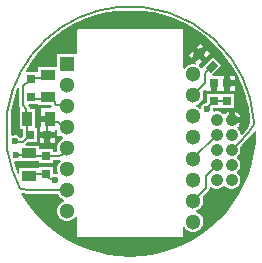
<source format=gtl>
G04*
G04 #@! TF.GenerationSoftware,Altium Limited,Altium Designer,21.2.0 (30)*
G04*
G04 Layer_Physical_Order=1*
G04 Layer_Color=255*
%FSLAX44Y44*%
%MOMM*%
G71*
G04*
G04 #@! TF.SameCoordinates,DF527670-682C-4278-A129-CD4E7C44B745*
G04*
G04*
G04 #@! TF.FilePolarity,Positive*
G04*
G01*
G75*
%ADD11R,1.3000X0.9000*%
%ADD12R,0.9000X1.3000*%
%ADD13R,0.8000X0.8000*%
G04:AMPARAMS|DCode=14|XSize=0.6mm|YSize=0.9mm|CornerRadius=0mm|HoleSize=0mm|Usage=FLASHONLY|Rotation=135.000|XOffset=0mm|YOffset=0mm|HoleType=Round|Shape=Rectangle|*
%AMROTATEDRECTD14*
4,1,4,0.5303,0.1061,-0.1061,-0.5303,-0.5303,-0.1061,0.1061,0.5303,0.5303,0.1061,0.0*
%
%ADD14ROTATEDRECTD14*%

%ADD15R,0.8000X0.8000*%
%ADD25C,0.2000*%
%ADD26C,1.3000*%
%ADD27R,1.3000X1.3000*%
%ADD28C,1.0500*%
%ADD29C,0.6000*%
G36*
X19939Y100240D02*
X29668Y97803D01*
X39112Y94424D01*
X48179Y90136D01*
X56782Y84980D01*
X64838Y79005D01*
X72269Y72269D01*
X79005Y64838D01*
X83050Y59383D01*
X83127Y59199D01*
X83838Y58157D01*
X83891Y58030D01*
X84533Y57358D01*
X84687Y57165D01*
X85310Y56230D01*
X90136Y48179D01*
X94424Y39112D01*
X97803Y29668D01*
X98368Y27414D01*
X98368D01*
X100240Y19939D01*
X101712Y10018D01*
X101839Y7441D01*
X101849Y6394D01*
X101795Y6264D01*
X101825Y6193D01*
X101839Y6172D01*
X99932Y2605D01*
X97239Y-677D01*
X97125Y-754D01*
X94552Y-3326D01*
X93282Y-2800D01*
Y-2591D01*
X92786Y-739D01*
X91827Y921D01*
X91110Y1638D01*
X90817Y2785D01*
X91166Y3299D01*
X92233Y4367D01*
X93259Y6143D01*
X93384Y6610D01*
X86000D01*
Y9150D01*
X83460D01*
Y16534D01*
X82993Y16409D01*
X81217Y15383D01*
X80149Y14316D01*
X79635Y13967D01*
X78488Y14260D01*
X77771Y14977D01*
X76111Y15936D01*
X74259Y16432D01*
X72341D01*
X71153Y16114D01*
X70220Y17178D01*
X70361Y17519D01*
Y18968D01*
X88032D01*
Y31032D01*
X64968D01*
Y23552D01*
X64328D01*
X62479Y22786D01*
X61063Y21371D01*
X60297Y19521D01*
Y19165D01*
X59027Y18639D01*
X58749Y18917D01*
X56803Y20041D01*
X55713Y20333D01*
Y21647D01*
X56803Y21939D01*
X58749Y23063D01*
X60337Y24651D01*
X61461Y26597D01*
X62042Y28767D01*
Y31013D01*
X61461Y33183D01*
X61356Y33364D01*
X63287Y35295D01*
X64460Y34809D01*
Y33460D01*
X68460D01*
Y40000D01*
X73540D01*
Y33460D01*
X79460D01*
Y40000D01*
Y46540D01*
X70172D01*
X69686Y47713D01*
X77230Y55257D01*
X70114Y62374D01*
X61362Y53622D01*
X60720Y53188D01*
X59760Y53506D01*
X58749Y54517D01*
X58058Y54916D01*
X57933Y56455D01*
X60568Y59090D01*
X58447Y61211D01*
X55265Y58029D01*
X56169Y57125D01*
X55511Y55987D01*
X54633Y56222D01*
X52387D01*
X50217Y55641D01*
X48271Y54517D01*
X46683Y52929D01*
X46352Y52356D01*
X45082Y52696D01*
Y84390D01*
X44924Y85183D01*
X44475Y85855D01*
X43803Y86304D01*
X43010Y86462D01*
X-42990D01*
X-43783Y86304D01*
X-44455Y85855D01*
X-44904Y85183D01*
X-45062Y84390D01*
Y65122D01*
X-62022D01*
Y53782D01*
X-78032D01*
Y49782D01*
X-87887D01*
X-88513Y50887D01*
X-84980Y56782D01*
X-79005Y64838D01*
X-72269Y72269D01*
X-69252Y75004D01*
X-64838Y79005D01*
X-56782Y84980D01*
X-48179Y90136D01*
X-39112Y94424D01*
X-29668Y97803D01*
X-19939Y100240D01*
X-12343Y101367D01*
X-11081Y101391D01*
X-10964Y101440D01*
X-10863Y101552D01*
X11099D01*
X19939Y100240D01*
D02*
G37*
G36*
X106649Y-541D02*
X106267Y-9297D01*
X105052Y-18523D01*
X103038Y-27609D01*
X100239Y-36484D01*
X96678Y-45082D01*
X92381Y-53336D01*
X87381Y-61185D01*
X81716Y-68568D01*
X75429Y-75429D01*
X68568Y-81716D01*
X61185Y-87381D01*
X53336Y-92381D01*
X45082Y-96678D01*
X36484Y-100239D01*
X27609Y-103038D01*
X18523Y-105052D01*
X9297Y-106267D01*
X0Y-106672D01*
X-9297Y-106267D01*
X-18523Y-105052D01*
X-27609Y-103038D01*
X-36484Y-100239D01*
X-45082Y-96678D01*
X-53336Y-92381D01*
X-61185Y-87381D01*
X-68568Y-81716D01*
X-75429Y-75429D01*
X-81716Y-68568D01*
X-87381Y-61185D01*
X-92084Y-53803D01*
X-91265Y-52724D01*
X-90626Y-52918D01*
X-87477Y-53228D01*
X-86237Y-53350D01*
X-86237Y-53350D01*
X-84987Y-53301D01*
X-61495D01*
X-61441Y-53503D01*
X-60317Y-55449D01*
X-58729Y-57037D01*
X-56783Y-58161D01*
X-55693Y-58453D01*
Y-59767D01*
X-56783Y-60059D01*
X-58729Y-61183D01*
X-60317Y-62771D01*
X-61441Y-64717D01*
X-62022Y-66887D01*
Y-69133D01*
X-61441Y-71303D01*
X-60317Y-73249D01*
X-58729Y-74837D01*
X-56783Y-75961D01*
X-54613Y-76542D01*
X-52367D01*
X-50197Y-75961D01*
X-48251Y-74837D01*
X-46663Y-73249D01*
X-46332Y-72676D01*
X-45062Y-73016D01*
Y-88210D01*
X-44904Y-89003D01*
X-44455Y-89675D01*
X-43783Y-90124D01*
X-42990Y-90282D01*
X43010D01*
X43803Y-90124D01*
X44475Y-89675D01*
X44924Y-89003D01*
X45082Y-88210D01*
Y-81916D01*
X46352Y-81576D01*
X46683Y-82149D01*
X48271Y-83737D01*
X50217Y-84861D01*
X52387Y-85442D01*
X54633D01*
X56803Y-84861D01*
X58749Y-83737D01*
X60337Y-82149D01*
X61461Y-80203D01*
X62042Y-78033D01*
Y-75787D01*
X61461Y-73617D01*
X60337Y-71671D01*
X58749Y-70083D01*
X56803Y-68959D01*
X55713Y-68667D01*
Y-67353D01*
X56803Y-67061D01*
X58749Y-65937D01*
X60337Y-64349D01*
X61461Y-62403D01*
X62042Y-60233D01*
Y-57987D01*
X61461Y-55817D01*
X61356Y-55636D01*
X66436Y-50556D01*
X67106Y-49553D01*
X67341Y-48370D01*
Y-47786D01*
X68611Y-47260D01*
X68829Y-47477D01*
X70489Y-48436D01*
X72341Y-48932D01*
X74259D01*
X76111Y-48436D01*
X77771Y-47477D01*
X78860Y-46388D01*
X79650Y-46227D01*
X80440Y-46388D01*
X81529Y-47477D01*
X83189Y-48436D01*
X85041Y-48932D01*
X86959D01*
X88811Y-48436D01*
X90471Y-47477D01*
X91827Y-46121D01*
X92786Y-44461D01*
X93282Y-42609D01*
Y-40691D01*
X92786Y-38839D01*
X91827Y-37179D01*
X90738Y-36090D01*
X90577Y-35300D01*
X90738Y-34510D01*
X91827Y-33421D01*
X92786Y-31761D01*
X93282Y-29909D01*
Y-27991D01*
X92786Y-26139D01*
X91827Y-24479D01*
X90738Y-23390D01*
X90577Y-22600D01*
X90738Y-21810D01*
X91827Y-20721D01*
X92786Y-19061D01*
X93282Y-17209D01*
Y-15291D01*
X92870Y-13752D01*
X93932Y-12690D01*
X94117Y-12695D01*
X94117Y-12695D01*
X94179Y-12670D01*
X94581Y-12132D01*
X94581Y-12131D01*
X94582Y-12131D01*
X95120Y-11729D01*
X95145Y-11667D01*
X95145Y-11667D01*
X95140Y-11482D01*
X101496Y-5125D01*
X101517Y-5146D01*
X104423Y-1743D01*
X105394Y-158D01*
X106649Y-541D01*
D02*
G37*
G36*
X-94123Y36183D02*
Y21782D01*
X-93888Y20599D01*
X-93523Y20052D01*
X-93532Y18782D01*
X-93532Y18782D01*
X-93532Y18782D01*
Y1718D01*
X-91032D01*
Y-5160D01*
X-92109Y-6237D01*
X-93353D01*
X-93418Y-6080D01*
X-94834Y-4664D01*
X-96683Y-3898D01*
X-98685D01*
X-99503Y-4237D01*
X-100773Y-3389D01*
Y16437D01*
X-100758Y16450D01*
X-100758D01*
X-100240Y19939D01*
X-97803Y29668D01*
X-95393Y36403D01*
X-94123Y36183D01*
D02*
G37*
G36*
X-78032Y21718D02*
X-66887D01*
X-66856Y21564D01*
X-66186Y20561D01*
X-66185Y20560D01*
X-66711Y19290D01*
X-75040D01*
Y12790D01*
X-68000D01*
Y7710D01*
X-75040D01*
Y3040D01*
X-76540D01*
Y-960D01*
X-63460D01*
Y564D01*
X-62190Y731D01*
X-61914Y-299D01*
X-61750Y-583D01*
Y-3500D01*
Y-4490D01*
X-58268D01*
X-56979Y-5234D01*
X-56675Y-5316D01*
Y-6630D01*
X-56783Y-6659D01*
X-58729Y-7783D01*
X-60317Y-9371D01*
X-61441Y-11317D01*
X-62022Y-13487D01*
Y-15733D01*
X-61645Y-17139D01*
X-62532Y-18408D01*
X-65218D01*
Y-15468D01*
X-76968D01*
Y-12718D01*
X-88158D01*
X-88555Y-11731D01*
X-88576Y-11448D01*
X-86660Y-9532D01*
X-78968D01*
Y2532D01*
X-80468D01*
Y18782D01*
X-84777D01*
X-84972Y19762D01*
X-85642Y20764D01*
X-86423Y21545D01*
X-85937Y22718D01*
X-78032D01*
Y21718D01*
D02*
G37*
G36*
X-58908Y-25272D02*
X-58842Y-25696D01*
X-60317Y-27171D01*
X-61441Y-29117D01*
X-62022Y-31287D01*
Y-33533D01*
X-61441Y-35703D01*
X-61381Y-35807D01*
X-62265Y-36815D01*
X-62499Y-36718D01*
X-64501D01*
X-65218Y-36239D01*
Y-30468D01*
X-77282D01*
Y-31718D01*
X-94032D01*
Y-36439D01*
X-95302Y-36659D01*
X-97803Y-29668D01*
X-98538Y-26736D01*
X-97454Y-25835D01*
X-95643D01*
X-94599Y-25403D01*
X-94032Y-25782D01*
Y-25782D01*
X-77282D01*
Y-27532D01*
X-65218D01*
Y-24591D01*
X-60380D01*
Y-24618D01*
X-59365Y-24484D01*
X-58908Y-25272D01*
D02*
G37*
%LPC*%
G36*
X59507Y73699D02*
X56325Y70517D01*
X58447Y68395D01*
X61629Y71577D01*
X59507Y73699D01*
D02*
G37*
G36*
X65221Y67985D02*
X62039Y64803D01*
X64160Y62682D01*
X67342Y65864D01*
X65221Y67985D01*
D02*
G37*
G36*
X52733Y66925D02*
X49551Y63743D01*
X51673Y61621D01*
X54855Y64803D01*
X52733Y66925D01*
D02*
G37*
G36*
X88540Y46540D02*
X84540D01*
Y42540D01*
X88540D01*
Y46540D01*
D02*
G37*
G36*
Y37460D02*
X84540D01*
Y33460D01*
X88540D01*
Y37460D01*
D02*
G37*
G36*
X88540Y16534D02*
Y11690D01*
X93384D01*
X93259Y12157D01*
X92233Y13933D01*
X90783Y15383D01*
X89007Y16409D01*
X88540Y16534D01*
D02*
G37*
G36*
X-63460Y-6040D02*
X-67460D01*
Y-10040D01*
X-63460D01*
Y-6040D01*
D02*
G37*
G36*
X-72540D02*
X-76540D01*
Y-10040D01*
X-72540D01*
Y-6040D01*
D02*
G37*
%LPD*%
D11*
X-69500Y28250D02*
D03*
Y47250D02*
D03*
X-85500Y-19250D02*
D03*
Y-38250D02*
D03*
D12*
X-68000Y10250D02*
D03*
X-87000D02*
D03*
D13*
X71000Y25000D02*
D03*
Y40000D02*
D03*
X-84000Y28750D02*
D03*
Y43750D02*
D03*
X82000Y40000D02*
D03*
Y25000D02*
D03*
X-71250Y-21500D02*
D03*
Y-36500D02*
D03*
D14*
X58447Y64803D02*
D03*
X69053Y54197D02*
D03*
D15*
X-70000Y-3500D02*
D03*
X-85000D02*
D03*
D25*
X-60380Y-21500D02*
G03*
X-53490Y-14610I0J6890D01*
G01*
X-93530Y-48244D02*
G03*
X-92414Y-49198I1767J938D01*
G01*
X-103841Y-17102D02*
G03*
X-93531Y-48244I103841J17102D01*
G01*
X-103865Y-16812D02*
G03*
X-103841Y-17102I2000J18D01*
G01*
X-92401Y-49203D02*
G03*
X-86237Y-50210I6163J18349D01*
G01*
X105046Y6380D02*
G03*
X101377Y28252I-105046J-6380D01*
G01*
X104912Y5534D02*
G03*
X105046Y6380I-1862J730D01*
G01*
X99311Y-2939D02*
G03*
X104912Y5534I-17960J17960D01*
G01*
X91965Y-10290D02*
G03*
X92740Y-9514I-5964J6740D01*
G01*
X91965Y-10290D02*
G03*
X91892Y-10358I1334J-1490D01*
G01*
X92808Y-9442D02*
G03*
X92740Y-9514I1422J-1407D01*
G01*
X86000Y60500D02*
G03*
X85730Y61040I-1903J-615D01*
G01*
X101377Y28253D02*
G03*
X86413Y60069I-101377J-28253D01*
G01*
X86413Y60069D02*
G03*
X86000Y60500I-1635J-1152D01*
G01*
X85730Y61040D02*
G03*
X11194Y104643I-85730J-61040D01*
G01*
X-11097D02*
G03*
X-11292Y104633I10J-2000D01*
G01*
X-71392Y77322D02*
G03*
X-103865Y16957I71392J-77322D01*
G01*
X-11292Y104633D02*
G03*
X-71392Y77322I11292J-104633D01*
G01*
X-91032Y21782D02*
Y38218D01*
X-88500Y40750D02*
X-87000D01*
X-91032Y38218D02*
X-88500Y40750D01*
X-87000D02*
X-83500Y44250D01*
X-69500D01*
X-68250Y-39672D02*
X-66937Y-40985D01*
X-71250Y-36500D02*
X-68250Y-39500D01*
Y-39672D02*
Y-39500D01*
X-66937Y-40985D02*
X-64265D01*
X-71250Y-21500D02*
X-60380D01*
X-54076Y21576D02*
X-53490Y20990D01*
X-64000Y22747D02*
Y24750D01*
X-62828Y21576D02*
X-54076D01*
X-64000Y22747D02*
X-62828Y21576D01*
X-69500Y28250D02*
X-67500D01*
X-64000Y24750D01*
X-87828Y11078D02*
X-87000Y10250D01*
X-87828Y11078D02*
Y18578D01*
X-91032Y21782D02*
X-87828Y18578D01*
X-70000Y-3500D02*
X-69887Y-3613D01*
Y-11398D02*
Y-3613D01*
X65329Y18520D02*
Y19329D01*
X71000Y25000D01*
X-96644Y-20803D02*
X-91000D01*
Y-21134D02*
Y-20803D01*
X-70000Y-3500D02*
Y7750D01*
X-97684Y-8930D02*
X-97286Y-9329D01*
X-90828D01*
X-85000Y-3500D01*
X-64265Y-40985D02*
X-63500Y-41750D01*
X-70500Y27250D02*
X-69500Y28250D01*
X-82500Y27250D02*
X-70500D01*
X-84000Y28750D02*
X-82500Y27250D01*
X-87000Y-1500D02*
Y10250D01*
Y-1500D02*
X-85000Y-3500D01*
X-93531Y-48244D02*
X-93530Y-48244D01*
X-92414Y-49198D02*
X-92401Y-49203D01*
X-103865Y-16812D02*
Y16957D01*
X-91000Y-21134D02*
X-85500Y-21250D01*
X101377Y28253D02*
X101377Y28252D01*
X104912Y5534D02*
X104912D01*
X92808Y-9442D02*
X99311Y-2939D01*
X92808Y-9442D02*
X92808Y-9442D01*
X86000Y-16250D02*
X91892Y-10358D01*
X86413Y60069D02*
X86413Y60069D01*
X-11097Y104643D02*
X11194D01*
X-86237Y-50210D02*
X-53490D01*
X53510Y29890D02*
X63750Y40130D01*
Y48893D02*
X69053Y54197D01*
X63750Y40130D02*
Y48893D01*
X64250Y-48370D02*
Y-37972D01*
X73272Y-28950D01*
X53510Y-59110D02*
X64250Y-48370D01*
X-61027Y7750D02*
X-56467Y3190D01*
X-70000Y7750D02*
X-61027D01*
X-56467Y3190D02*
X-53490D01*
X-70000Y7750D02*
X-70000Y7750D01*
X73272Y-28950D02*
X73300D01*
X53510Y-23510D02*
Y-23312D01*
X73272Y-3550D02*
X73300D01*
X53510Y-23312D02*
X73272Y-3550D01*
X-82500Y-36500D02*
X-71250D01*
Y-21500D02*
Y-21500D01*
X-82500Y-21500D02*
X-71250D01*
X71000Y25000D02*
X82000D01*
D26*
X53510Y-41310D02*
D03*
Y-23510D02*
D03*
Y-59110D02*
D03*
Y47690D02*
D03*
Y29890D02*
D03*
Y12090D02*
D03*
Y-5710D02*
D03*
Y-76910D02*
D03*
X-53490Y-68010D02*
D03*
Y-50210D02*
D03*
Y-32410D02*
D03*
Y-14610D02*
D03*
Y3190D02*
D03*
Y20990D02*
D03*
Y38790D02*
D03*
D27*
Y56590D02*
D03*
D28*
X73300Y-41650D02*
D03*
Y-28950D02*
D03*
Y-16250D02*
D03*
Y-3550D02*
D03*
Y9150D02*
D03*
X86000Y-41650D02*
D03*
Y-28950D02*
D03*
Y-16250D02*
D03*
Y-3550D02*
D03*
Y9150D02*
D03*
D29*
X-69887Y-11398D02*
D03*
X65329Y18520D02*
D03*
X-96644Y-20803D02*
D03*
X-97684Y-8930D02*
D03*
X-63500Y-41750D02*
D03*
X-68000Y62500D02*
D03*
M02*

</source>
